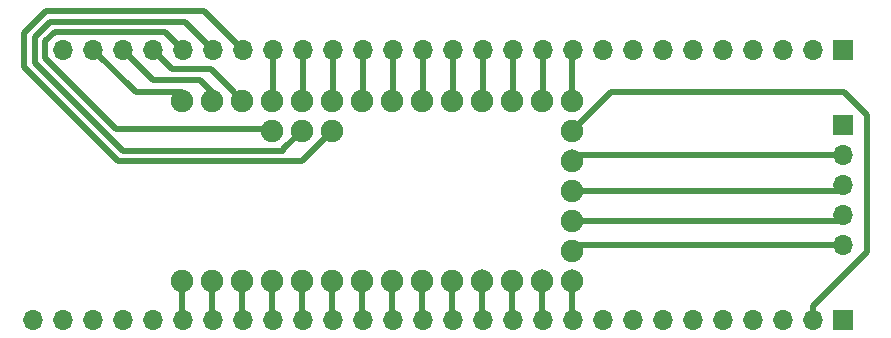
<source format=gbr>
G04 #@! TF.FileFunction,Copper,L1,Top,Signal*
%FSLAX46Y46*%
G04 Gerber Fmt 4.6, Leading zero omitted, Abs format (unit mm)*
G04 Created by KiCad (PCBNEW 4.0.6) date 10/25/17 15:52:07*
%MOMM*%
%LPD*%
G01*
G04 APERTURE LIST*
%ADD10C,0.100000*%
%ADD11R,1.700000X1.700000*%
%ADD12O,1.700000X1.700000*%
%ADD13C,1.900000*%
%ADD14C,0.500000*%
%ADD15C,0.250000*%
G04 APERTURE END LIST*
D10*
D11*
X182791100Y-116433600D03*
D12*
X180251100Y-116433600D03*
X177711100Y-116433600D03*
X175171100Y-116433600D03*
X172631100Y-116433600D03*
X170091100Y-116433600D03*
X167551100Y-116433600D03*
X165011100Y-116433600D03*
X162471100Y-116433600D03*
X159931100Y-116433600D03*
X157391100Y-116433600D03*
X154851100Y-116433600D03*
X152311100Y-116433600D03*
X149771100Y-116433600D03*
X147231100Y-116433600D03*
X144691100Y-116433600D03*
X142151100Y-116433600D03*
X139611100Y-116433600D03*
X137071100Y-116433600D03*
X134531100Y-116433600D03*
X131991100Y-116433600D03*
X129451100Y-116433600D03*
X126911100Y-116433600D03*
X124371100Y-116433600D03*
X121831100Y-116433600D03*
X119291100Y-116433600D03*
X116751100Y-116433600D03*
X114211100Y-116433600D03*
D11*
X182791100Y-99923600D03*
D12*
X182791100Y-102463600D03*
X182791100Y-105003600D03*
X182791100Y-107543600D03*
X182791100Y-110083600D03*
D11*
X182791100Y-93573600D03*
D12*
X180251100Y-93573600D03*
X177711100Y-93573600D03*
X175171100Y-93573600D03*
X172631100Y-93573600D03*
X170091100Y-93573600D03*
X167551100Y-93573600D03*
X165011100Y-93573600D03*
X162471100Y-93573600D03*
X159931100Y-93573600D03*
X157391100Y-93573600D03*
X154851100Y-93573600D03*
X152311100Y-93573600D03*
X149771100Y-93573600D03*
X147231100Y-93573600D03*
X144691100Y-93573600D03*
X142151100Y-93573600D03*
X139611100Y-93573600D03*
X137071100Y-93573600D03*
X134531100Y-93573600D03*
X131991100Y-93573600D03*
X129451100Y-93573600D03*
X126911100Y-93573600D03*
X124371100Y-93573600D03*
X121831100Y-93573600D03*
X119291100Y-93573600D03*
X116751100Y-93573600D03*
D13*
X134460000Y-100400000D03*
X137000000Y-100400000D03*
X139540000Y-100400000D03*
X159860000Y-110560000D03*
X159860000Y-108020000D03*
X159860000Y-105480000D03*
X159860000Y-100400000D03*
X159860000Y-102940000D03*
X129380000Y-113100000D03*
X131920000Y-113100000D03*
X134460000Y-113100000D03*
X137000000Y-113100000D03*
X139540000Y-113100000D03*
X142080000Y-113100000D03*
X144620000Y-113100000D03*
X147160000Y-113100000D03*
X149700000Y-113100000D03*
X152240000Y-113100000D03*
X154780000Y-113100000D03*
X157320000Y-113100000D03*
X159860000Y-113100000D03*
X159860000Y-97860000D03*
X157320000Y-97860000D03*
X154780000Y-97860000D03*
X152240000Y-97860000D03*
X149700000Y-97860000D03*
X147160000Y-97860000D03*
X144620000Y-97860000D03*
X142080000Y-97860000D03*
X139540000Y-97860000D03*
X137000000Y-97860000D03*
X134460000Y-97860000D03*
X131920000Y-97860000D03*
X129380000Y-97860000D03*
X126840000Y-97860000D03*
X126840000Y-113100000D03*
D14*
X126840000Y-113100000D02*
X126840000Y-116362500D01*
X126840000Y-116362500D02*
X126911100Y-116433600D01*
X159860000Y-105480000D02*
X182314700Y-105480000D01*
X182314700Y-105480000D02*
X182791100Y-105003600D01*
X126844000Y-116366500D02*
X126911100Y-116433600D01*
X159860000Y-100400000D02*
X163160000Y-97100000D01*
X163160000Y-97100000D02*
X182837502Y-97100000D01*
X182837502Y-97100000D02*
X184800000Y-99062498D01*
X184800000Y-99062498D02*
X184800000Y-110682619D01*
X184800000Y-110682619D02*
X180251100Y-115231519D01*
X180251100Y-115231519D02*
X180251100Y-116433600D01*
X159860000Y-113100000D02*
X159860000Y-116362500D01*
X159860000Y-116362500D02*
X159931100Y-116433600D01*
X159931100Y-112487100D02*
X159864000Y-112420000D01*
X157320000Y-113100000D02*
X157320000Y-116362500D01*
X157320000Y-116362500D02*
X157391100Y-116433600D01*
X157391100Y-112487100D02*
X157324000Y-112420000D01*
X154780000Y-113100000D02*
X154780000Y-116362500D01*
X154780000Y-116362500D02*
X154851100Y-116433600D01*
X154784000Y-116366500D02*
X154851100Y-116433600D01*
X152240000Y-113100000D02*
X152240000Y-116362500D01*
X152240000Y-116362500D02*
X152311100Y-116433600D01*
X152311100Y-112487100D02*
X152244000Y-112420000D01*
X149700000Y-113100000D02*
X149700000Y-116362500D01*
X149700000Y-116362500D02*
X149771100Y-116433600D01*
X149704000Y-116366500D02*
X149771100Y-116433600D01*
X147160000Y-113100000D02*
X147160000Y-116362500D01*
X147160000Y-116362500D02*
X147231100Y-116433600D01*
X147164000Y-116366500D02*
X147231100Y-116433600D01*
X144620000Y-113100000D02*
X144620000Y-116362500D01*
X144620000Y-116362500D02*
X144691100Y-116433600D01*
D15*
X144624000Y-116366500D02*
X144691100Y-116433600D01*
D14*
X142080000Y-113100000D02*
X142080000Y-116362500D01*
X142080000Y-116362500D02*
X142151100Y-116433600D01*
D15*
X142084000Y-116366500D02*
X142151100Y-116433600D01*
D14*
X139540000Y-113100000D02*
X139540000Y-116362500D01*
X139540000Y-116362500D02*
X139611100Y-116433600D01*
D15*
X139544000Y-116366500D02*
X139611100Y-116433600D01*
D14*
X137000000Y-113100000D02*
X137000000Y-116362500D01*
X137000000Y-116362500D02*
X137071100Y-116433600D01*
D15*
X137004000Y-116366500D02*
X137071100Y-116433600D01*
D14*
X134460000Y-113100000D02*
X134460000Y-116362500D01*
X134460000Y-116362500D02*
X134531100Y-116433600D01*
D15*
X134464000Y-116366500D02*
X134531100Y-116433600D01*
D14*
X131920000Y-113100000D02*
X131920000Y-116362500D01*
X131920000Y-116362500D02*
X131991100Y-116433600D01*
D15*
X131924000Y-116366500D02*
X131991100Y-116433600D01*
D14*
X129380000Y-113100000D02*
X129380000Y-116362500D01*
X129380000Y-116362500D02*
X129451100Y-116433600D01*
D15*
X129384000Y-116366500D02*
X129451100Y-116433600D01*
D14*
X182791100Y-102463600D02*
X160336400Y-102463600D01*
X160336400Y-102463600D02*
X159860000Y-102940000D01*
X160067600Y-102463600D02*
X159864000Y-102260000D01*
X159860000Y-108020000D02*
X182314700Y-108020000D01*
X182314700Y-108020000D02*
X182791100Y-107543600D01*
X124371100Y-93573600D02*
X125997490Y-95199990D01*
X125997490Y-95199990D02*
X129259990Y-95199990D01*
X129259990Y-95199990D02*
X130970001Y-96910001D01*
X130970001Y-96910001D02*
X131920000Y-97860000D01*
X182791100Y-110083600D02*
X160336400Y-110083600D01*
X160336400Y-110083600D02*
X159860000Y-110560000D01*
X182587500Y-109880000D02*
X182791100Y-110083600D01*
X159864000Y-97180000D02*
X159864000Y-93640700D01*
X159864000Y-93640700D02*
X159931100Y-93573600D01*
X157391100Y-93573600D02*
X157391100Y-97112900D01*
X157391100Y-97112900D02*
X157324000Y-97180000D01*
X154851100Y-93573600D02*
X154851100Y-97112900D01*
X154851100Y-97112900D02*
X154784000Y-97180000D01*
X152311100Y-93573600D02*
X152311100Y-97112900D01*
X152311100Y-97112900D02*
X152244000Y-97180000D01*
X149771100Y-93573600D02*
X149771100Y-97112900D01*
X149771100Y-97112900D02*
X149704000Y-97180000D01*
X147231100Y-93573600D02*
X147231100Y-97112900D01*
X147231100Y-97112900D02*
X147164000Y-97180000D01*
X144691100Y-93573600D02*
X144691100Y-97112900D01*
X144691100Y-97112900D02*
X144624000Y-97180000D01*
X142151100Y-93573600D02*
X142151100Y-97112900D01*
X142151100Y-97112900D02*
X142084000Y-97180000D01*
X139611100Y-93573600D02*
X139611100Y-97112900D01*
X139611100Y-97112900D02*
X139544000Y-97180000D01*
X137071100Y-93573600D02*
X137071100Y-97112900D01*
X137071100Y-97112900D02*
X137004000Y-97180000D01*
X134531100Y-93573600D02*
X134531100Y-97112900D01*
X134531100Y-97112900D02*
X134464000Y-97180000D01*
X120411886Y-102000000D02*
X120631897Y-102220011D01*
X113451081Y-95039195D02*
X120411886Y-102000000D01*
X120411886Y-102000000D02*
X121411896Y-103000010D01*
X121411896Y-103000010D02*
X136939990Y-103000010D01*
X136939990Y-103000010D02*
X138590001Y-101349999D01*
X138590001Y-101349999D02*
X139540000Y-100400000D01*
X131991100Y-93573600D02*
X128691081Y-90273581D01*
X128691081Y-90273581D02*
X115285505Y-90273581D01*
X115285505Y-90273581D02*
X113451080Y-92108008D01*
X113451080Y-92108008D02*
X113451081Y-95039195D01*
X135400000Y-102100000D02*
X135400000Y-102000000D01*
X135400000Y-102000000D02*
X137000000Y-100400000D01*
X129451100Y-93573600D02*
X127051089Y-91173589D01*
X127051089Y-91173589D02*
X115658302Y-91173590D01*
X115658302Y-91173590D02*
X114351089Y-92480803D01*
X114351089Y-92480803D02*
X114351090Y-94666398D01*
X114351090Y-94666398D02*
X121784692Y-102100000D01*
X121784692Y-102100000D02*
X135400000Y-102100000D01*
X126911100Y-93573600D02*
X125411099Y-92073599D01*
X125411099Y-92073599D02*
X116031099Y-92073599D01*
X116031099Y-92073599D02*
X115251099Y-92853599D01*
X115251099Y-92853599D02*
X115251099Y-94293601D01*
X115251099Y-94293601D02*
X121257498Y-100300000D01*
X121257498Y-100300000D02*
X134600000Y-100300000D01*
X121831100Y-93573600D02*
X124357500Y-96100000D01*
X124357500Y-96100000D02*
X128304000Y-96100000D01*
X128304000Y-96100000D02*
X128434001Y-96230001D01*
X128434001Y-96230001D02*
X129384000Y-97180000D01*
X119291100Y-93573600D02*
X122897500Y-97180000D01*
X122897500Y-97180000D02*
X126844000Y-97180000D01*
M02*

</source>
